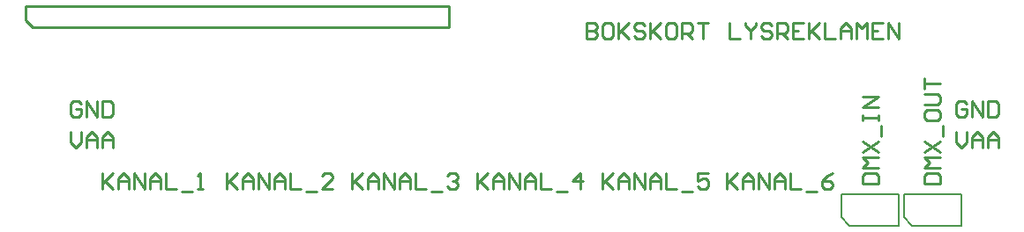
<source format=gto>
G04 Layer_Color=65535*
%FSLAX25Y25*%
%MOIN*%
G70*
G01*
G75*
%ADD16C,0.00787*%
%ADD17C,0.01000*%
D16*
X332677Y5906D02*
Y17717D01*
X314016Y5906D02*
X332677D01*
X310866Y9055D02*
X314016Y5906D01*
X310866Y9055D02*
Y17717D01*
X332677D01*
X356299Y5906D02*
Y17717D01*
X337638Y5906D02*
X356299D01*
X334488Y9055D02*
X337638Y5906D01*
X334488Y9055D02*
Y17717D01*
X356299D01*
D17*
X5433Y81102D02*
X162677D01*
X2677Y83858D02*
X5433Y81102D01*
X2677Y83858D02*
Y88976D01*
X162677D01*
Y81102D02*
Y88976D01*
X354331Y41431D02*
Y37433D01*
X356330Y35433D01*
X358330Y37433D01*
Y41431D01*
X360329Y35433D02*
Y39432D01*
X362328Y41431D01*
X364328Y39432D01*
Y35433D01*
Y38432D01*
X360329D01*
X366327Y35433D02*
Y39432D01*
X368326Y41431D01*
X370326Y39432D01*
Y35433D01*
Y38432D01*
X366327D01*
X358330Y52242D02*
X357330Y53242D01*
X355330D01*
X354331Y52242D01*
Y48244D01*
X355330Y47244D01*
X357330D01*
X358330Y48244D01*
Y50243D01*
X356330D01*
X360329Y47244D02*
Y53242D01*
X364328Y47244D01*
Y53242D01*
X366327D02*
Y47244D01*
X369326D01*
X370326Y48244D01*
Y52242D01*
X369326Y53242D01*
X366327D01*
X23684Y52242D02*
X22684Y53242D01*
X20685D01*
X19685Y52242D01*
Y48244D01*
X20685Y47244D01*
X22684D01*
X23684Y48244D01*
Y50243D01*
X21684D01*
X25683Y47244D02*
Y53242D01*
X29682Y47244D01*
Y53242D01*
X31681D02*
Y47244D01*
X34680D01*
X35680Y48244D01*
Y52242D01*
X34680Y53242D01*
X31681D01*
X19685Y41431D02*
Y37433D01*
X21684Y35433D01*
X23684Y37433D01*
Y41431D01*
X25683Y35433D02*
Y39432D01*
X27683Y41431D01*
X29682Y39432D01*
Y35433D01*
Y38432D01*
X25683D01*
X31681Y35433D02*
Y39432D01*
X33681Y41431D01*
X35680Y39432D01*
Y35433D01*
Y38432D01*
X31681D01*
X214567Y82770D02*
Y76772D01*
X217566D01*
X218566Y77771D01*
Y78771D01*
X217566Y79771D01*
X214567D01*
X217566D01*
X218566Y80770D01*
Y81770D01*
X217566Y82770D01*
X214567D01*
X223564D02*
X221565D01*
X220565Y81770D01*
Y77771D01*
X221565Y76772D01*
X223564D01*
X224564Y77771D01*
Y81770D01*
X223564Y82770D01*
X226563D02*
Y76772D01*
Y78771D01*
X230562Y82770D01*
X227563Y79771D01*
X230562Y76772D01*
X236560Y81770D02*
X235560Y82770D01*
X233561D01*
X232561Y81770D01*
Y80770D01*
X233561Y79771D01*
X235560D01*
X236560Y78771D01*
Y77771D01*
X235560Y76772D01*
X233561D01*
X232561Y77771D01*
X238559Y82770D02*
Y76772D01*
Y78771D01*
X242558Y82770D01*
X239559Y79771D01*
X242558Y76772D01*
X247556Y82770D02*
X245557D01*
X244557Y81770D01*
Y77771D01*
X245557Y76772D01*
X247556D01*
X248556Y77771D01*
Y81770D01*
X247556Y82770D01*
X250555Y76772D02*
Y82770D01*
X253554D01*
X254554Y81770D01*
Y79771D01*
X253554Y78771D01*
X250555D01*
X252555D02*
X254554Y76772D01*
X256553Y82770D02*
X260552D01*
X258553D01*
Y76772D01*
X268549Y82770D02*
Y76772D01*
X272548D01*
X274548Y82770D02*
Y81770D01*
X276547Y79771D01*
X278546Y81770D01*
Y82770D01*
X276547Y79771D02*
Y76772D01*
X284544Y81770D02*
X283545Y82770D01*
X281545D01*
X280546Y81770D01*
Y80770D01*
X281545Y79771D01*
X283545D01*
X284544Y78771D01*
Y77771D01*
X283545Y76772D01*
X281545D01*
X280546Y77771D01*
X286544Y76772D02*
Y82770D01*
X289543D01*
X290542Y81770D01*
Y79771D01*
X289543Y78771D01*
X286544D01*
X288543D02*
X290542Y76772D01*
X296540Y82770D02*
X292542D01*
Y76772D01*
X296540D01*
X292542Y79771D02*
X294541D01*
X298540Y82770D02*
Y76772D01*
Y78771D01*
X302538Y82770D01*
X299539Y79771D01*
X302538Y76772D01*
X304538Y82770D02*
Y76772D01*
X308537D01*
X310536D02*
Y80770D01*
X312535Y82770D01*
X314535Y80770D01*
Y76772D01*
Y79771D01*
X310536D01*
X316534Y76772D02*
Y82770D01*
X318533Y80770D01*
X320533Y82770D01*
Y76772D01*
X326531Y82770D02*
X322532D01*
Y76772D01*
X326531D01*
X322532Y79771D02*
X324531D01*
X328530Y76772D02*
Y82770D01*
X332529Y76772D01*
Y82770D01*
X267717Y25683D02*
Y19685D01*
Y21684D01*
X271715Y25683D01*
X268716Y22684D01*
X271715Y19685D01*
X273715D02*
Y23684D01*
X275714Y25683D01*
X277713Y23684D01*
Y19685D01*
Y22684D01*
X273715D01*
X279713Y19685D02*
Y25683D01*
X283711Y19685D01*
Y25683D01*
X285711Y19685D02*
Y23684D01*
X287710Y25683D01*
X289709Y23684D01*
Y19685D01*
Y22684D01*
X285711D01*
X291709Y25683D02*
Y19685D01*
X295708D01*
X297707Y18685D02*
X301706D01*
X307704Y25683D02*
X305704Y24683D01*
X303705Y22684D01*
Y20685D01*
X304705Y19685D01*
X306704D01*
X307704Y20685D01*
Y21684D01*
X306704Y22684D01*
X303705D01*
X220473Y25683D02*
Y19685D01*
Y21684D01*
X224471Y25683D01*
X221472Y22684D01*
X224471Y19685D01*
X226471D02*
Y23684D01*
X228470Y25683D01*
X230469Y23684D01*
Y19685D01*
Y22684D01*
X226471D01*
X232469Y19685D02*
Y25683D01*
X236467Y19685D01*
Y25683D01*
X238467Y19685D02*
Y23684D01*
X240466Y25683D01*
X242465Y23684D01*
Y19685D01*
Y22684D01*
X238467D01*
X244465Y25683D02*
Y19685D01*
X248463D01*
X250463Y18685D02*
X254462D01*
X260460Y25683D02*
X256461D01*
Y22684D01*
X258460Y23684D01*
X259460D01*
X260460Y22684D01*
Y20685D01*
X259460Y19685D01*
X257460D01*
X256461Y20685D01*
X173228Y25683D02*
Y19685D01*
Y21684D01*
X177227Y25683D01*
X174228Y22684D01*
X177227Y19685D01*
X179226D02*
Y23684D01*
X181226Y25683D01*
X183225Y23684D01*
Y19685D01*
Y22684D01*
X179226D01*
X185224Y19685D02*
Y25683D01*
X189223Y19685D01*
Y25683D01*
X191223Y19685D02*
Y23684D01*
X193222Y25683D01*
X195221Y23684D01*
Y19685D01*
Y22684D01*
X191223D01*
X197221Y25683D02*
Y19685D01*
X201219D01*
X203219Y18685D02*
X207217D01*
X212216Y19685D02*
Y25683D01*
X209217Y22684D01*
X213215D01*
X125984Y25683D02*
Y19685D01*
Y21684D01*
X129983Y25683D01*
X126984Y22684D01*
X129983Y19685D01*
X131982D02*
Y23684D01*
X133982Y25683D01*
X135981Y23684D01*
Y19685D01*
Y22684D01*
X131982D01*
X137980Y19685D02*
Y25683D01*
X141979Y19685D01*
Y25683D01*
X143979Y19685D02*
Y23684D01*
X145978Y25683D01*
X147977Y23684D01*
Y19685D01*
Y22684D01*
X143979D01*
X149977Y25683D02*
Y19685D01*
X153975D01*
X155975Y18685D02*
X159973D01*
X161973Y24683D02*
X162972Y25683D01*
X164972D01*
X165971Y24683D01*
Y23684D01*
X164972Y22684D01*
X163972D01*
X164972D01*
X165971Y21684D01*
Y20685D01*
X164972Y19685D01*
X162972D01*
X161973Y20685D01*
X78740Y25683D02*
Y19685D01*
Y21684D01*
X82739Y25683D01*
X79740Y22684D01*
X82739Y19685D01*
X84738D02*
Y23684D01*
X86738Y25683D01*
X88737Y23684D01*
Y19685D01*
Y22684D01*
X84738D01*
X90736Y19685D02*
Y25683D01*
X94735Y19685D01*
Y25683D01*
X96734Y19685D02*
Y23684D01*
X98734Y25683D01*
X100733Y23684D01*
Y19685D01*
Y22684D01*
X96734D01*
X102732Y25683D02*
Y19685D01*
X106731D01*
X108730Y18685D02*
X112729D01*
X118727Y19685D02*
X114729D01*
X118727Y23684D01*
Y24683D01*
X117728Y25683D01*
X115728D01*
X114729Y24683D01*
X31496Y25683D02*
Y19685D01*
Y21684D01*
X35495Y25683D01*
X32496Y22684D01*
X35495Y19685D01*
X37494D02*
Y23684D01*
X39494Y25683D01*
X41493Y23684D01*
Y19685D01*
Y22684D01*
X37494D01*
X43492Y19685D02*
Y25683D01*
X47491Y19685D01*
Y25683D01*
X49490Y19685D02*
Y23684D01*
X51490Y25683D01*
X53489Y23684D01*
Y19685D01*
Y22684D01*
X49490D01*
X55488Y25683D02*
Y19685D01*
X59487D01*
X61486Y18685D02*
X65485D01*
X67484Y19685D02*
X69484D01*
X68484D01*
Y25683D01*
X67484Y24683D01*
X342427Y21654D02*
X348425D01*
Y24653D01*
X347426Y25652D01*
X343427D01*
X342427Y24653D01*
Y21654D01*
X348425Y27652D02*
X342427D01*
X344426Y29651D01*
X342427Y31650D01*
X348425D01*
X342427Y33650D02*
X348425Y37648D01*
X342427D02*
X348425Y33650D01*
X349425Y39648D02*
Y43646D01*
X342427Y48645D02*
Y46646D01*
X343427Y45646D01*
X347426D01*
X348425Y46646D01*
Y48645D01*
X347426Y49645D01*
X343427D01*
X342427Y48645D01*
Y51644D02*
X347426D01*
X348425Y52644D01*
Y54643D01*
X347426Y55643D01*
X342427D01*
Y57642D02*
Y61641D01*
Y59641D01*
X348425D01*
X318805Y21654D02*
X324803D01*
Y24653D01*
X323803Y25652D01*
X319805D01*
X318805Y24653D01*
Y21654D01*
X324803Y27652D02*
X318805D01*
X320805Y29651D01*
X318805Y31650D01*
X324803D01*
X318805Y33650D02*
X324803Y37648D01*
X318805D02*
X324803Y33650D01*
X325803Y39648D02*
Y43646D01*
X318805Y45646D02*
Y47645D01*
Y46646D01*
X324803D01*
Y45646D01*
Y47645D01*
Y50644D02*
X318805D01*
X324803Y54643D01*
X318805D01*
M02*

</source>
